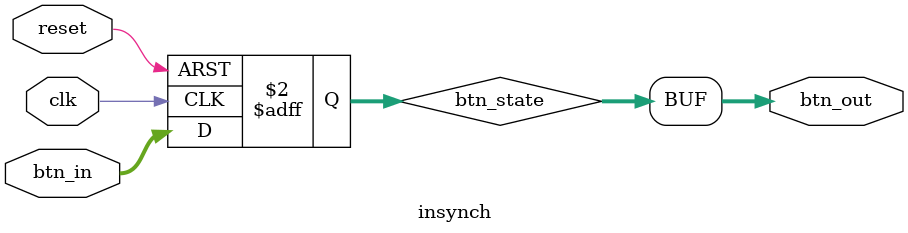
<source format=v>
`default_nettype none

module insynch #(parameter DIGITS = 6)(

     
    input wire [DIGITS-1:0] btn_in,
    input wire clk,
    input wire reset,
    
    output wire [DIGITS-1:0] btn_out
);

    reg [DIGITS-1:0] btn_state;

    always @(posedge reset or posedge (clk)) begin
    	if (reset) begin
    		btn_state <= 'd0;
    	end else begin
    		btn_state <= btn_in;
    	end
    end
    
    assign btn_out = btn_state;

endmodule

</source>
